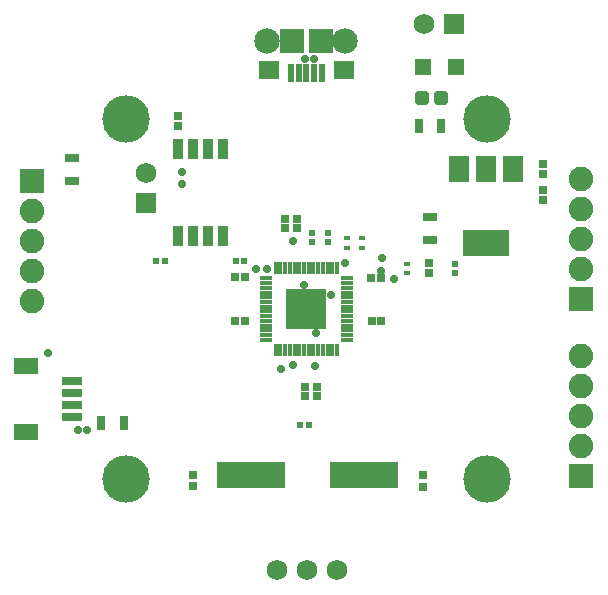
<source format=gts>
G04*
G04 #@! TF.GenerationSoftware,Altium Limited,Altium Designer,24.1.2 (44)*
G04*
G04 Layer_Color=8388736*
%FSLAX25Y25*%
%MOIN*%
G70*
G04*
G04 #@! TF.SameCoordinates,39EB1DAC-EBEA-44A6-9D02-620A6BFF75B3*
G04*
G04*
G04 #@! TF.FilePolarity,Negative*
G04*
G01*
G75*
%ADD18R,0.02756X0.05118*%
%ADD20R,0.02648X0.02816*%
%ADD21R,0.02029X0.01860*%
%ADD22R,0.01860X0.02029*%
%ADD23R,0.01968X0.01575*%
%ADD31R,0.05118X0.02756*%
%ADD39R,0.02926X0.03084*%
%ADD40R,0.03084X0.02926*%
%ADD41R,0.22847X0.09068*%
%ADD42R,0.15761X0.08674*%
%ADD43R,0.06706X0.08674*%
G04:AMPARAMS|DCode=44|XSize=48mil|YSize=48mil|CornerRadius=14mil|HoleSize=0mil|Usage=FLASHONLY|Rotation=90.000|XOffset=0mil|YOffset=0mil|HoleType=Round|Shape=RoundedRectangle|*
%AMROUNDEDRECTD44*
21,1,0.04800,0.02000,0,0,90.0*
21,1,0.02000,0.04800,0,0,90.0*
1,1,0.02800,0.01000,0.01000*
1,1,0.02800,0.01000,-0.01000*
1,1,0.02800,-0.01000,-0.01000*
1,1,0.02800,-0.01000,0.01000*
%
%ADD44ROUNDEDRECTD44*%
%ADD45R,0.13398X0.13398*%
%ADD46O,0.01587X0.04245*%
%ADD47O,0.04245X0.01587*%
%ADD48R,0.02965X0.03162*%
%ADD49R,0.05524X0.05524*%
%ADD50R,0.02375X0.06115*%
%ADD51R,0.07099X0.06312*%
%ADD52R,0.08280X0.08280*%
%ADD53R,0.03359X0.06902*%
%ADD54R,0.07887X0.05524*%
%ADD55R,0.06902X0.03162*%
%ADD56C,0.06902*%
%ADD57R,0.06902X0.06902*%
%ADD58R,0.06902X0.06902*%
%ADD59C,0.08477*%
%ADD60C,0.08182*%
%ADD61R,0.08182X0.08182*%
%ADD62C,0.15800*%
%ADD63C,0.02800*%
%ADD64C,0.02769*%
D18*
X30060Y56900D02*
D03*
X37540D02*
D03*
X135960Y156100D02*
D03*
X143440D02*
D03*
D20*
X137200Y39584D02*
D03*
Y35816D02*
D03*
X60700Y35916D02*
D03*
Y39684D02*
D03*
D21*
X99390Y56400D02*
D03*
X96410D02*
D03*
X51290Y111000D02*
D03*
X48310D02*
D03*
X77790Y110900D02*
D03*
X74810D02*
D03*
D22*
X100200Y120390D02*
D03*
Y117410D02*
D03*
X105500Y120390D02*
D03*
Y117410D02*
D03*
X148100Y107010D02*
D03*
Y109990D02*
D03*
D23*
X111900Y115525D02*
D03*
Y118675D02*
D03*
X117000Y115525D02*
D03*
Y118675D02*
D03*
X131900Y106925D02*
D03*
Y110075D02*
D03*
D31*
X139500Y125640D02*
D03*
Y118160D02*
D03*
X20400Y145240D02*
D03*
Y137760D02*
D03*
D39*
X55500Y156165D02*
D03*
Y159235D02*
D03*
X91300Y121965D02*
D03*
Y125035D02*
D03*
X102100Y66065D02*
D03*
Y69135D02*
D03*
X98000Y66065D02*
D03*
Y69135D02*
D03*
X95200Y125035D02*
D03*
Y121965D02*
D03*
D40*
X77835Y105800D02*
D03*
X74765D02*
D03*
Y91000D02*
D03*
X77835D02*
D03*
X123235Y91100D02*
D03*
X120165D02*
D03*
X123135Y105400D02*
D03*
X120065D02*
D03*
D41*
X117526Y39670D02*
D03*
X80124D02*
D03*
D42*
X158400Y116998D02*
D03*
D43*
X149345Y141802D02*
D03*
X158400D02*
D03*
X167455D02*
D03*
D44*
X137100Y165400D02*
D03*
X143400D02*
D03*
D45*
X98425Y95000D02*
D03*
D46*
X88189Y108534D02*
D03*
X89764D02*
D03*
X91339D02*
D03*
X92913D02*
D03*
X94488D02*
D03*
X96063D02*
D03*
X97638D02*
D03*
X99213D02*
D03*
X100787D02*
D03*
X102362D02*
D03*
X103937D02*
D03*
X105512D02*
D03*
X107087D02*
D03*
X108661D02*
D03*
Y81467D02*
D03*
X107087D02*
D03*
X105512D02*
D03*
X103937D02*
D03*
X102362D02*
D03*
X100787D02*
D03*
X99213D02*
D03*
X97638D02*
D03*
X96063D02*
D03*
X94488D02*
D03*
X92913D02*
D03*
X91339D02*
D03*
X89764D02*
D03*
X88189D02*
D03*
D47*
X111959Y105236D02*
D03*
Y103661D02*
D03*
Y102087D02*
D03*
Y100512D02*
D03*
Y98937D02*
D03*
Y97362D02*
D03*
Y95787D02*
D03*
Y94213D02*
D03*
Y92638D02*
D03*
Y91063D02*
D03*
Y89488D02*
D03*
Y87913D02*
D03*
Y86339D02*
D03*
Y84764D02*
D03*
X84892D02*
D03*
Y86339D02*
D03*
Y87913D02*
D03*
Y89488D02*
D03*
Y91063D02*
D03*
Y92638D02*
D03*
Y94213D02*
D03*
Y95787D02*
D03*
Y97362D02*
D03*
Y98937D02*
D03*
Y100512D02*
D03*
Y102087D02*
D03*
Y103661D02*
D03*
Y105236D02*
D03*
D48*
X177200Y131327D02*
D03*
Y134673D02*
D03*
Y140027D02*
D03*
Y143373D02*
D03*
X139400Y106927D02*
D03*
Y110273D02*
D03*
D49*
X137188Y175800D02*
D03*
X148212D02*
D03*
D50*
X103543Y173701D02*
D03*
X100984D02*
D03*
X98425D02*
D03*
X95866D02*
D03*
X93307D02*
D03*
D51*
X111024Y174587D02*
D03*
X85827D02*
D03*
D52*
X103150Y184232D02*
D03*
X93701D02*
D03*
D53*
X55500Y119431D02*
D03*
X60500D02*
D03*
X65500D02*
D03*
X70500D02*
D03*
Y148369D02*
D03*
X65500D02*
D03*
X60500D02*
D03*
X55500D02*
D03*
D54*
X5063Y53937D02*
D03*
Y75984D02*
D03*
D55*
X20319Y59055D02*
D03*
Y62992D02*
D03*
Y66929D02*
D03*
Y70866D02*
D03*
D56*
X45000Y140400D02*
D03*
X137700Y190000D02*
D03*
X108583Y7874D02*
D03*
X98583D02*
D03*
X88583D02*
D03*
D57*
X45000Y130400D02*
D03*
D58*
X147700Y190000D02*
D03*
D59*
X111417Y184232D02*
D03*
X85433D02*
D03*
D60*
X6890Y97795D02*
D03*
Y107795D02*
D03*
Y117795D02*
D03*
Y127795D02*
D03*
X189961Y138425D02*
D03*
Y128425D02*
D03*
Y118425D02*
D03*
Y108425D02*
D03*
Y79370D02*
D03*
Y69370D02*
D03*
Y59370D02*
D03*
Y49370D02*
D03*
D61*
X6890Y137795D02*
D03*
X189961Y98425D02*
D03*
Y39370D02*
D03*
D62*
X158465Y158465D02*
D03*
X38386Y38386D02*
D03*
X158465D02*
D03*
X38386Y158465D02*
D03*
D63*
X106700Y99600D02*
D03*
X127600Y105000D02*
D03*
X85300Y108400D02*
D03*
X93800Y76500D02*
D03*
X123200Y107600D02*
D03*
X101413Y76000D02*
D03*
X89800Y75100D02*
D03*
X12300Y80400D02*
D03*
X22200Y54700D02*
D03*
X25300D02*
D03*
X81700Y108500D02*
D03*
X56800Y136700D02*
D03*
X97800Y178525D02*
D03*
X100989Y178492D02*
D03*
X97600Y103099D02*
D03*
X101625Y86901D02*
D03*
X123700Y112100D02*
D03*
X111400Y110400D02*
D03*
X93900Y117700D02*
D03*
X56800Y140700D02*
D03*
D64*
X102756Y90669D02*
D03*
X98425D02*
D03*
X94095D02*
D03*
X102756Y95000D02*
D03*
X98425D02*
D03*
X94095D02*
D03*
X102756Y99331D02*
D03*
X98425D02*
D03*
X94095D02*
D03*
M02*

</source>
